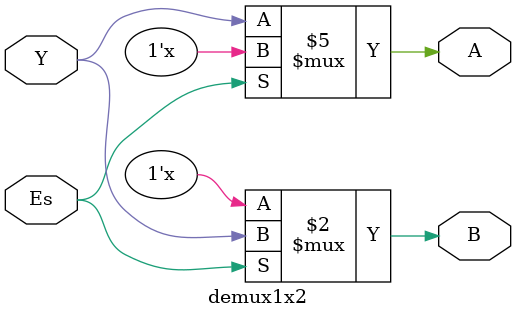
<source format=v>
module demux1x2 (Y, Es , A, B);
    input Y, Es;  // Definição das entradas Y (dado de entrada) e Es (sinal de controle)
    output reg A, B;  // Definição das saídas A e B
    always@(*)  // Sempre que houver alteração em alguma das variáveis usadas no bloco, o bloco é executado
    begin
        case (Es)  // Selecção do caminho a ser seguido de acordo com o valor de Es
            0 : A <= Y;  // Se Es for 0, o sinal Y é enviado para a saída A
            1 : B <= Y;  // Se Es for 1, o sinal Y é enviado para a saída B
        endcase
    end
endmodule
</source>
